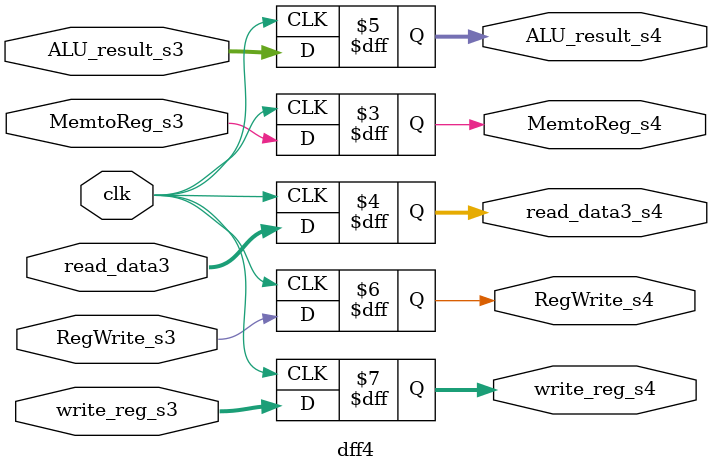
<source format=v>
module mem(input clk,input reset,input Branch_s3,input MemWrite_s3,input MemtoReg_s3,input MemRead_s3,input [4:0]write_reg_s3,
        input RegWrite_s3,input [31:0]ALU_result_s3,input [31:0]read_data2_s3,output MemtoReg_s4,output [31:0]read_data3_s4,
        output [31:0]ALU_result_s4,output RegWrite_s4,output [4:0]write_reg_s4,input zero_s3,output pcSrc);
        wire [31:0]read_data3;
        data_memory dm(reset,MemWrite_s3,MemRead_s3,ALU_result_s3,read_data2_s3,read_data3);
        
        and pc(pcSrc, zero_s3, Branch_s3);
        
        dff4 d4(clk,MemtoReg_s3,MemtoReg_s4,read_data3,read_data3_s4,ALU_result_s3,ALU_result_s4,RegWrite_s3,RegWrite_s4,write_reg_s3,write_reg_s4);

endmodule

module data_memory (input reset,input MemWrite,input MemRead,input [31:0]ALU_output,input [31:0]read_data2,output reg [31:0]read_data);
reg [31:0]mem[0:31];
reg [31:0]i;

always @(*) begin 
    if(reset)begin 
    for(i = 0; i < 31 ; i = i+1) begin
		mem[i] = 0;
		end
	end
     if(MemRead) begin 
          read_data = mem[ALU_output];
     end
     if(MemWrite) begin 
          mem[ALU_output] = read_data2;
     end
end
endmodule

module dff4 (input clk,input MemtoReg_s3,output reg MemtoReg_s4,input [31:0]read_data3,output reg [31:0]read_data3_s4,
             input [31:0]ALU_result_s3,output reg [31:0]ALU_result_s4,input RegWrite_s3,output reg RegWrite_s4,input [4:0] write_reg_s3,output reg [4:0] write_reg_s4);

always @(posedge clk) begin 
     MemtoReg_s4<=MemtoReg_s3;
     read_data3_s4<=read_data3;
     ALU_result_s4<=ALU_result_s3;
     RegWrite_s4<=RegWrite_s3;
     write_reg_s4<=write_reg_s3;

end
endmodule
</source>
